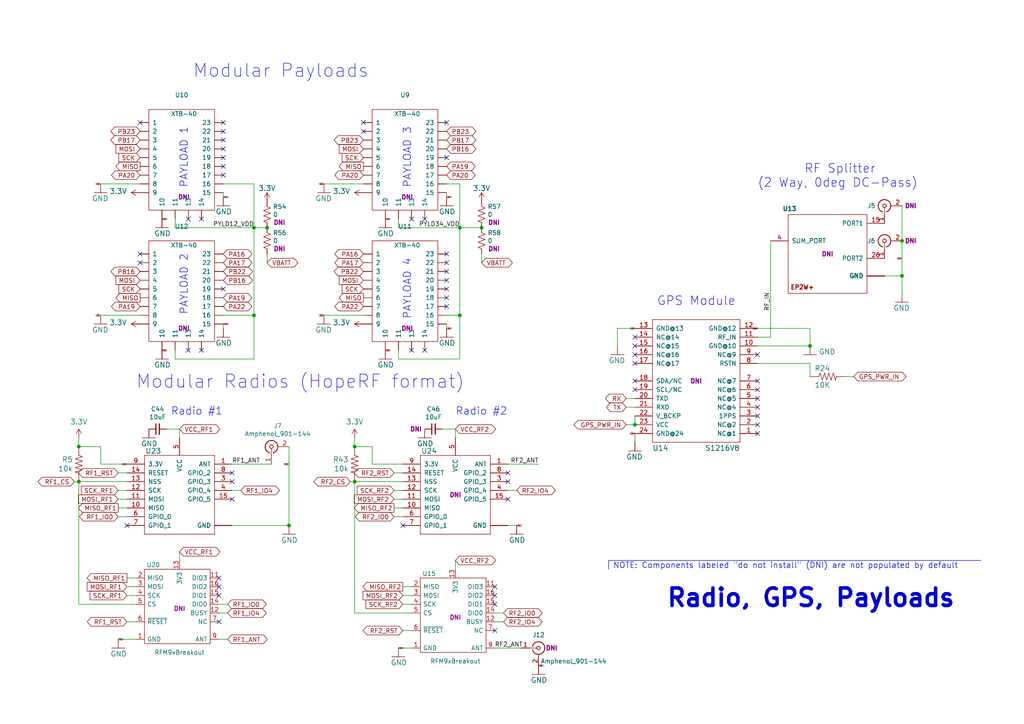
<source format=kicad_sch>
(kicad_sch (version 20230121) (generator eeschema)
  (paper "A4")
  (title_block (title "PyCubed Mainboard") (date "2021-06-09") (rev "v05c") (company "Max Holliday"))
  (lib_symbols
    (symbol "Connector:Conn_Coaxial" (pin_names (offset 1.016) hide)
      (property "Reference" "J" (at 0.254 3.048 0))
      (property "Value" "Conn_Coaxial" (at 2.921 0 90))
      (symbol "Conn_Coaxial_0_1"
        (arc (start -1.778 -0.508) (mid 0.2311 -1.8066) (end 1.778 0) (stroke (width 0.254)))
        (polyline (pts (xy -2.54 0) (xy -0.508 0)))
        (polyline (pts (xy 0 -2.54) (xy 0 -1.778)))
        (circle (center 0 0) (radius 0.508) (stroke (width 0.2032)))
        (arc (start 1.778 0) (mid 0.2099 1.8101) (end -1.778 0.508) (stroke (width 0.254)))
      )
      (symbol "Conn_Coaxial_1_1"
        (pin passive line (at -5.08 0 0) (length 2.54) (name "In") (number "1"))
        (pin passive line (at 0 -5.08 90) (length 2.54) (name "Ext") (number "2"))
      )
    )
    (symbol "Device:C_Small" (pin_numbers hide) (pin_names (offset 0.254) hide)
      (property "Reference" "C" (at 0.254 1.778 0))
      (property "Value" "C_Small" (at 0.254 -2.032 0))
      (symbol "C_Small_0_1"
        (polyline (pts (xy -1.524 -0.508) (xy 1.524 -0.508)) (stroke (width 0.3302)))
        (polyline (pts (xy -1.524 0.508) (xy 1.524 0.508)) (stroke (width 0.3048)))
      )
      (symbol "C_Small_1_1"
        (pin passive line (at 0 2.54 270) (length 2.032) (name "~") (number "1"))
        (pin passive line (at 0 -2.54 90) (length 2.032) (name "~") (number "2"))
      )
    )
    (symbol "Device:R_US" (pin_numbers hide) (pin_names (offset 0))
      (property "Reference" "R" (at 2.54 0 90))
      (property "Value" "R_US" (at -2.54 0 90))
      (symbol "R_US_0_1"
        (polyline (pts (xy 0 -2.286) (xy 0 -2.54)))
        (polyline (pts (xy 0 2.286) (xy 0 2.54)))
        (polyline (pts (xy 0 -0.762) (xy 1.016 -1.143) (xy 0 -1.524) (xy -1.016 -1.905) (xy 0 -2.286)))
        (polyline (pts (xy 0 0.762) (xy 1.016 0.381) (xy 0 0) (xy -1.016 -0.381) (xy 0 -0.762)))
        (polyline (pts (xy 0 2.286) (xy 1.016 1.905) (xy 0 1.524) (xy -1.016 1.143) (xy 0 0.762)))
      )
      (symbol "R_US_1_1"
        (pin passive line (at 0 3.81 270) (length 1.27) (name "~") (number "1"))
        (pin passive line (at 0 -3.81 90) (length 1.27) (name "~") (number "2"))
      )
    )
    (symbol "mainboard:10KOHM-1_10W-1%(0603)0603" (pin_names (offset 1.016))
      (property "Reference" "R" (at -3.81 1.4986 0))
      (property "Value" "10KOHM-1_10W-1%(0603)0603" (at -3.81 -3.302 0))
      (symbol "10KOHM-1_10W-1%(0603)0603_1_0"
        (polyline (pts (xy -2.54 0) (xy -2.159 1.016)))
        (polyline (pts (xy -2.159 1.016) (xy -1.524 -1.016)))
        (polyline (pts (xy -1.524 -1.016) (xy -0.889 1.016)))
        (polyline (pts (xy -0.889 1.016) (xy -0.254 -1.016)))
        (polyline (pts (xy -0.254 -1.016) (xy 0.381 1.016)))
        (polyline (pts (xy 0.381 1.016) (xy 1.016 -1.016)))
        (polyline (pts (xy 1.016 -1.016) (xy 1.651 1.016)))
        (polyline (pts (xy 1.651 1.016) (xy 2.286 -1.016)))
        (polyline (pts (xy 2.286 -1.016) (xy 2.54 0)))
        (pin passive line (at -5.08 0 0) (length 2.54) (name "1") (number "1"))
        (pin passive line (at 5.08 0 180) (length 2.54) (name "2") (number "2"))
      )
    )
    (symbol "mainboard:3.3V" (power) (pin_names (offset 1.016))
      (property "Value" "3.3V" (at -1.016 3.556 0))
      (symbol "3.3V_1_0"
        (polyline (pts (xy 0 2.54) (xy -0.762 1.27)))
        (polyline (pts (xy 0.762 1.27) (xy 0 2.54)))
        (pin power_in line (at 0 0 90) (length 2.54) (name "3.3V") (number "1"))
      )
    )
    (symbol "mainboard:EP2W+" (pin_names (offset 1.016))
      (property "Reference" "U" (at -7.62 10.16 0))
      (symbol "EP2W+_1_0"
        (polyline (pts (xy -12.7 -15.24) (xy -12.7 7.62)))
        (polyline (pts (xy -12.7 7.62) (xy 10.16 7.62)))
        (polyline (pts (xy 10.16 -15.24) (xy -12.7 -15.24)))
        (polyline (pts (xy 10.16 7.62) (xy 10.16 -15.24)))
        (text "EP2W+" (at -5.08 -12.7 0) (effects (font (size 1.27 1.27) bold) (justify right top)))
        (pin bidirectional line (at 15.24 -10.16 180) (length 5.08) (name "GND") (number "1"))
        (pin bidirectional line (at 15.24 -10.16 180) (length 5.08) (name "GND") (number "10"))
        (pin bidirectional line (at 15.24 -10.16 180) (length 5.08) (name "GND") (number "11"))
        (pin bidirectional line (at 15.24 -10.16 180) (length 5.08) (name "GND") (number "12"))
        (pin bidirectional line (at 15.24 -10.16 180) (length 5.08) (name "GND") (number "13"))
        (pin bidirectional line (at 15.24 -10.16 180) (length 5.08) (name "GND") (number "14"))
        (pin bidirectional line (at 15.24 5.08 180) (length 5.08) (name "PORT1") (number "15"))
        (pin bidirectional line (at 15.24 -10.16 180) (length 5.08) (name "GND") (number "16"))
        (pin bidirectional line (at 15.24 -10.16 180) (length 5.08) (name "GND") (number "17"))
        (pin bidirectional line (at 15.24 -10.16 180) (length 5.08) (name "GND") (number "18"))
        (pin bidirectional line (at 15.24 -10.16 180) (length 5.08) (name "GND") (number "19"))
        (pin bidirectional line (at 15.24 -10.16 180) (length 5.08) (name "GND") (number "2"))
        (pin bidirectional line (at 15.24 -10.16 180) (length 5.08) (name "GND") (number "20"))
        (pin bidirectional line (at 15.24 -10.16 180) (length 5.08) (name "GND") (number "21"))
        (pin bidirectional line (at 15.24 -10.16 180) (length 5.08) (name "GND") (number "22"))
        (pin bidirectional line (at 15.24 -10.16 180) (length 5.08) (name "GND") (number "23"))
        (pin bidirectional line (at 15.24 -10.16 180) (length 5.08) (name "GND") (number "24"))
        (pin bidirectional line (at 15.24 -10.16 180) (length 5.08) (name "GND") (number "25"))
        (pin bidirectional line (at 15.24 -5.08 180) (length 5.08) (name "PORT2") (number "26"))
        (pin bidirectional line (at 15.24 -10.16 180) (length 5.08) (name "GND") (number "27"))
        (pin bidirectional line (at 15.24 -10.16 180) (length 5.08) (name "GND") (number "28"))
        (pin bidirectional line (at 15.24 -10.16 180) (length 5.08) (name "GND") (number "29"))
        (pin bidirectional line (at 15.24 -10.16 180) (length 5.08) (name "GND") (number "3"))
        (pin bidirectional line (at 15.24 -10.16 180) (length 5.08) (name "GND") (number "30"))
        (pin bidirectional line (at 15.24 -10.16 180) (length 5.08) (name "GND") (number "31"))
        (pin bidirectional line (at 15.24 -10.16 180) (length 5.08) (name "GND") (number "32"))
        (pin bidirectional line (at -17.78 0 0) (length 5.08) (name "SUM_PORT") (number "4"))
        (pin bidirectional line (at 15.24 -10.16 180) (length 5.08) (name "GND") (number "5"))
        (pin bidirectional line (at 15.24 -10.16 180) (length 5.08) (name "GND") (number "6"))
        (pin bidirectional line (at 15.24 -10.16 180) (length 5.08) (name "GND") (number "7"))
        (pin bidirectional line (at 15.24 -10.16 180) (length 5.08) (name "GND") (number "8"))
        (pin bidirectional line (at 15.24 -10.16 180) (length 5.08) (name "GND") (number "9"))
        (pin bidirectional line (at 15.24 -10.16 180) (length 5.08) (name "GND") (number "EP"))
      )
    )
    (symbol "mainboard:GND" (power) (pin_names (offset 1.016))
      (property "Value" "GND" (at -2.54 -2.54 0))
      (symbol "GND_1_0"
        (polyline (pts (xy -1.905 0) (xy 1.905 0)))
        (pin power_in line (at 0 2.54 270) (length 2.54) (name "GND") (number "1"))
      )
    )
    (symbol "mainboard:RFM98PW" (pin_names (offset 1.016))
      (property "Reference" "U" (at -7.62 10.16 0))
      (symbol "RFM98PW_0_0"
        (pin bidirectional line (at 17.78 -10.16 180) (length 5.08) hide (name "GND") (number "17"))
        (pin bidirectional line (at 2.54 15.24 270) (length 5.08) (name "VCC") (number "5"))
      )
      (symbol "RFM98PW_1_0"
        (polyline (pts (xy -7.62 -12.7) (xy -7.62 10.16)))
        (polyline (pts (xy -7.62 10.16) (xy 12.7 10.16)))
        (polyline (pts (xy 12.7 -12.7) (xy -7.62 -12.7)))
        (polyline (pts (xy 12.7 10.16) (xy 12.7 -12.7)))
        (pin bidirectional line (at 17.78 7.62 180) (length 5.08) (name "ANT") (number "1"))
        (pin bidirectional line (at -12.7 -5.08 0) (length 5.08) (name "MISO") (number "10"))
        (pin bidirectional line (at -12.7 -2.54 0) (length 5.08) (name "MOSI") (number "11"))
        (pin bidirectional line (at -12.7 0 0) (length 5.08) (name "SCK") (number "12"))
        (pin bidirectional line (at -12.7 2.54 0) (length 5.08) (name "NSS") (number "13"))
        (pin bidirectional line (at -12.7 5.08 0) (length 5.08) (name "RESET") (number "14"))
        (pin bidirectional line (at 17.78 -2.54 180) (length 5.08) (name "GPIO_5") (number "15"))
        (pin bidirectional line (at 17.78 -10.16 180) (length 5.08) (name "GND") (number "16"))
        (pin bidirectional line (at 17.78 -10.16 180) (length 5.08) (name "GND") (number "2"))
        (pin bidirectional line (at 17.78 2.54 180) (length 5.08) (name "GPIO_3") (number "3"))
        (pin bidirectional line (at 17.78 0 180) (length 5.08) (name "GPIO_4") (number "4"))
        (pin bidirectional line (at -12.7 -7.62 0) (length 5.08) (name "GPIO_0") (number "6"))
        (pin bidirectional line (at -12.7 -10.16 0) (length 5.08) (name "GPIO_1") (number "7"))
        (pin bidirectional line (at 17.78 5.08 180) (length 5.08) (name "GPIO_2") (number "8"))
        (pin power_in line (at -12.7 7.62 0) (length 5.08) (name "3.3V") (number "9"))
      )
    )
    (symbol "mainboard:RFM9xBreakout" (pin_names (offset 0.762))
      (property "Reference" "U" (at -3.81 12.7 0))
      (property "Value" "RFM9xBreakout" (at -7.62 -11.43 0))
      (symbol "RFM9xBreakout_0_1"
        (rectangle (start -10.16 11.43) (end 8.89 -10.16))
      )
      (symbol "RFM9xBreakout_1_1"
        (pin bidirectional line (at -12.7 -8.89 0) (length 2.54) (name "GND") (number "1"))
        (pin bidirectional line (at -12.7 -8.89 0) (length 2.54) hide (name "GND") (number "10"))
        (pin bidirectional line (at 11.43 8.89 180) (length 2.54) (name "DIO3") (number "11"))
        (pin bidirectional line (at 11.43 -1.27 180) (length 2.54) (name "BUSY") (number "12"))
        (pin bidirectional line (at 0 13.97 270) (length 2.54) (name "3V3") (number "13"))
        (pin bidirectional line (at 11.43 1.27 180) (length 2.54) (name "DIO0") (number "14"))
        (pin bidirectional line (at 11.43 3.81 180) (length 2.54) (name "DIO1") (number "15"))
        (pin bidirectional line (at 11.43 6.35 180) (length 2.54) (name "DIO2") (number "16"))
        (pin bidirectional line (at -12.7 8.89 0) (length 2.54) (name "MISO") (number "2"))
        (pin bidirectional line (at -12.7 6.35 0) (length 2.54) (name "MOSI") (number "3"))
        (pin bidirectional line (at -12.7 3.81 0) (length 2.54) (name "SCK") (number "4"))
        (pin bidirectional line (at -12.7 1.27 0) (length 2.54) (name "CS") (number "5"))
        (pin bidirectional line (at -12.7 -3.81 0) (length 2.54) (name "~{RESET}") (number "6"))
        (pin bidirectional line (at 11.43 -3.81 180) (length 2.54) (name "NC") (number "7"))
        (pin bidirectional line (at -12.7 -8.89 0) (length 2.54) hide (name "GND") (number "8"))
        (pin bidirectional line (at 11.43 -8.89 180) (length 2.54) (name "ANT") (number "9"))
      )
    )
    (symbol "mainboard:S1216V8" (pin_names (offset 1.016))
      (property "Reference" "U" (at -12.7 -20.32 0))
      (property "Value" "S1216V8" (at 2.54 -20.32 0))
      (symbol "S1216V8_1_0"
        (polyline (pts (xy -12.7 -17.78) (xy 12.7 -17.78)))
        (polyline (pts (xy -12.7 17.78) (xy -12.7 -17.78)))
        (polyline (pts (xy 12.7 -17.78) (xy 12.7 17.78)))
        (polyline (pts (xy 12.7 17.78) (xy -12.7 17.78)))
        (pin bidirectional line (at 17.78 -15.24 180) (length 5.08) (name "NC@1") (number "1"))
        (pin bidirectional line (at 17.78 10.16 180) (length 5.08) (name "GND@10") (number "10"))
        (pin bidirectional line (at 17.78 12.7 180) (length 5.08) (name "RF_IN") (number "11"))
        (pin bidirectional line (at 17.78 15.24 180) (length 5.08) (name "GND@12") (number "12"))
        (pin bidirectional line (at -17.78 15.24 0) (length 5.08) (name "GND@13") (number "13"))
        (pin bidirectional line (at -17.78 12.7 0) (length 5.08) (name "NC@14") (number "14"))
        (pin bidirectional line (at -17.78 10.16 0) (length 5.08) (name "NC@15") (number "15"))
        (pin bidirectional line (at -17.78 7.62 0) (length 5.08) (name "NC@16") (number "16"))
        (pin bidirectional line (at -17.78 5.08 0) (length 5.08) (name "NC@17") (number "17"))
        (pin bidirectional line (at -17.78 0 0) (length 5.08) (name "SDA/NC") (number "18"))
        (pin bidirectional line (at -17.78 -2.54 0) (length 5.08) (name "SCL/NC") (number "19"))
        (pin bidirectional line (at 17.78 -12.7 180) (length 5.08) (name "NC@2") (number "2"))
        (pin bidirectional line (at -17.78 -5.08 0) (length 5.08) (name "TXD") (number "20"))
        (pin bidirectional line (at -17.78 -7.62 0) (length 5.08) (name "RXD") (number "21"))
        (pin bidirectional line (at -17.78 -10.16 0) (length 5.08) (name "V_BCKP") (number "22"))
        (pin bidirectional line (at -17.78 -12.7 0) (length 5.08) (name "VCC") (number "23"))
        (pin bidirectional line (at -17.78 -15.24 0) (length 5.08) (name "GND@24") (number "24"))
        (pin bidirectional line (at 17.78 -10.16 180) (length 5.08) (name "1PPS") (number "3"))
        (pin bidirectional line (at 17.78 -7.62 180) (length 5.08) (name "NC@4") (number "4"))
        (pin bidirectional line (at 17.78 -5.08 180) (length 5.08) (name "NC@5") (number "5"))
        (pin bidirectional line (at 17.78 -2.54 180) (length 5.08) (name "NC@6") (number "6"))
        (pin bidirectional line (at 17.78 0 180) (length 5.08) (name "NC@7") (number "7"))
        (pin bidirectional line (at 17.78 5.08 180) (length 5.08) (name "RSTN") (number "8"))
        (pin bidirectional line (at 17.78 7.62 180) (length 5.08) (name "NC@9") (number "9"))
      )
    )
    (symbol "mainboard:XTB-40_payload" (pin_names (offset 1.016))
      (property "Reference" "U" (at -2.54 13.97 0))
      (property "Value" "XTB-40_payload" (at -1.27 11.43 0))
      (symbol "XTB-40_payload_1_0"
        (pin bidirectional line (at -12.7 8.89 0) (length 2.54) (name "1") (number "1"))
      )
      (symbol "XTB-40_payload_1_1"
        (rectangle (start -10.16 12.7) (end 8.89 -16.51))
        (pin bidirectional line (at -6.35 -19.05 90) (length 2.54) (name "10") (number "10"))
        (pin bidirectional line (at -2.54 -19.05 90) (length 2.54) (name "11") (number "11"))
        (pin bidirectional line (at 1.27 -19.05 90) (length 2.54) (name "13") (number "13"))
        (pin bidirectional line (at 5.08 -19.05 90) (length 2.54) (name "14") (number "14"))
        (pin bidirectional line (at 11.43 -11.43 180) (length 2.54) (name "15") (number "15"))
        (pin bidirectional line (at 11.43 -8.89 180) (length 2.54) (name "16") (number "16"))
        (pin bidirectional line (at 11.43 -6.35 180) (length 2.54) (name "17") (number "17"))
        (pin bidirectional line (at 11.43 -3.81 180) (length 2.54) (name "18") (number "18"))
        (pin bidirectional line (at 11.43 -1.27 180) (length 2.54) (name "19") (number "19"))
        (pin bidirectional line (at -12.7 6.35 0) (length 2.54) (name "2") (number "2"))
        (pin bidirectional line (at 11.43 1.27 180) (length 2.54) (name "20") (number "20"))
        (pin bidirectional line (at 11.43 3.81 180) (length 2.54) (name "21") (number "21"))
        (pin bidirectional line (at 11.43 6.35 180) (length 2.54) (name "22") (number "22"))
        (pin bidirectional line (at 11.43 8.89 180) (length 2.54) (name "23") (number "23"))
        (pin bidirectional line (at -12.7 3.81 0) (length 2.54) (name "3") (number "3"))
        (pin bidirectional line (at -12.7 1.27 0) (length 2.54) (name "4") (number "4"))
        (pin bidirectional line (at -12.7 -1.27 0) (length 2.54) (name "5") (number "5"))
        (pin bidirectional line (at -12.7 -3.81 0) (length 2.54) (name "6") (number "6"))
        (pin bidirectional line (at -12.7 -6.35 0) (length 2.54) (name "7") (number "7"))
        (pin bidirectional line (at -12.7 -8.89 0) (length 2.54) (name "8") (number "8"))
        (pin bidirectional line (at -12.7 -11.43 0) (length 2.54) (name "9") (number "9"))
      )
    )
  )
  (junction (at 73.66 66.04))
  (junction (at 234.95 100.33))
  (junction (at 184.15 123.19))
  (junction (at 139.7 66.04))
  (junction (at 102.87 129.54))
  (junction (at 22.86 129.54))
  (junction (at 77.47 66.04))
  (junction (at 133.35 66.04))
  (junction (at 133.35 91.44))
  (junction (at 261.62 69.85))
  (junction (at 261.62 80.01))
  (junction (at 22.86 139.7))
  (junction (at 102.87 139.7))
  (junction (at 83.82 152.4))
  (junction (at 73.66 91.44))
  (no_connect (at 64.77 83.82))
  (no_connect (at 64.77 38.1))
  (no_connect (at 64.77 40.64))
  (no_connect (at 219.71 115.57))
  (no_connect (at 123.19 63.5))
  (no_connect (at 184.15 100.33))
  (no_connect (at 58.42 63.5))
  (no_connect (at 184.15 97.79))
  (no_connect (at 105.41 35.56))
  (no_connect (at 64.77 50.8))
  (no_connect (at 129.54 76.2))
  (no_connect (at 219.71 118.11))
  (no_connect (at 63.5 170.18))
  (no_connect (at 40.64 76.2))
  (no_connect (at 119.38 63.5))
  (no_connect (at 67.31 139.7))
  (no_connect (at 143.51 170.18))
  (no_connect (at 116.84 152.4))
  (no_connect (at 129.54 81.28))
  (no_connect (at 143.51 182.88))
  (no_connect (at 64.77 48.26))
  (no_connect (at 40.64 35.56))
  (no_connect (at 123.19 101.6))
  (no_connect (at 129.54 35.56))
  (no_connect (at 129.54 83.82))
  (no_connect (at 129.54 86.36))
  (no_connect (at 63.5 180.34))
  (no_connect (at 147.32 139.7))
  (no_connect (at 184.15 113.03))
  (no_connect (at 184.15 110.49))
  (no_connect (at 67.31 144.78))
  (no_connect (at 219.71 125.73))
  (no_connect (at 129.54 88.9))
  (no_connect (at 184.15 102.87))
  (no_connect (at 219.71 120.65))
  (no_connect (at 147.32 137.16))
  (no_connect (at 67.31 137.16))
  (no_connect (at 147.32 144.78))
  (no_connect (at 219.71 102.87))
  (no_connect (at 119.38 101.6))
  (no_connect (at 64.77 35.56))
  (no_connect (at 105.41 38.1))
  (no_connect (at 143.51 172.72))
  (no_connect (at 129.54 45.72))
  (no_connect (at 54.61 101.6))
  (no_connect (at 36.83 152.4))
  (no_connect (at 129.54 78.74))
  (no_connect (at 219.71 123.19))
  (no_connect (at 58.42 101.6))
  (no_connect (at 219.71 113.03))
  (no_connect (at 63.5 167.64))
  (no_connect (at 40.64 73.66))
  (no_connect (at 143.51 175.26))
  (no_connect (at 64.77 45.72))
  (no_connect (at 129.54 73.66))
  (no_connect (at 54.61 63.5))
  (no_connect (at 219.71 110.49))
  (no_connect (at 64.77 43.18))
  (no_connect (at 184.15 105.41))
  (no_connect (at 63.5 172.72))
  (wire (pts (xy 184.15 115.57) (xy 181.61 115.57)))
  (wire (pts (xy 116.84 149.86) (xy 114.3 149.86)))
  (wire (pts (xy 21.59 139.7) (xy 22.86 139.7)))
  (wire (pts (xy 77.47 76.2) (xy 77.47 73.66)))
  (wire (pts (xy 73.66 66.04) (xy 77.47 66.04)))
  (wire (pts (xy 64.77 95.25) (xy 64.77 93.98)))
  (wire (pts (xy 219.71 105.41) (xy 234.95 105.41)))
  (wire (pts (xy 115.57 66.04) (xy 133.35 66.04)))
  (wire (pts (xy 36.83 134.62) (xy 29.21 134.62)))
  (wire (pts (xy 67.31 152.4) (xy 83.82 152.4)))
  (wire (pts (xy 52.07 124.46) (xy 52.07 127)))
  (wire (pts (xy 50.8 63.5) (xy 50.8 66.04)))
  (wire (pts (xy 73.66 91.44) (xy 64.77 91.44)))
  (wire (pts (xy 115.57 101.6) (xy 115.57 104.14)))
  (wire (pts (xy 73.66 53.34) (xy 73.66 66.04)))
  (wire (pts (xy 116.84 134.62) (xy 107.95 134.62)))
  (wire (pts (xy 29.21 91.44) (xy 40.64 91.44)))
  (wire (pts (xy 219.71 97.79) (xy 223.52 97.79)))
  (wire (pts (xy 29.21 129.54) (xy 22.86 129.54)))
  (wire (pts (xy 36.83 144.78) (xy 34.29 144.78)))
  (wire (pts (xy 133.35 53.34) (xy 129.54 53.34)))
  (wire (pts (xy 39.37 172.72) (xy 36.83 172.72)))
  (wire (pts (xy 146.05 180.34) (xy 143.51 180.34)))
  (wire (pts (xy 52.07 124.46) (xy 48.26 124.46)))
  (wire (pts (xy 29.21 134.62) (xy 29.21 129.54)))
  (wire (pts (xy 116.84 144.78) (xy 114.3 144.78)))
  (wire (pts (xy 36.83 147.32) (xy 34.29 147.32)))
  (wire (pts (xy 93.98 91.44) (xy 105.41 91.44)))
  (wire (pts (xy 119.38 170.18) (xy 116.84 170.18)))
  (wire (pts (xy 256.54 80.01) (xy 261.62 80.01)))
  (wire (pts (xy 184.15 95.25) (xy 179.07 95.25)))
  (wire (pts (xy 261.62 80.01) (xy 261.62 85.09)))
  (wire (pts (xy 223.52 69.85) (xy 223.52 97.79)))
  (wire (pts (xy 115.57 187.96) (xy 119.38 187.96)))
  (wire (pts (xy 102.87 139.7) (xy 101.6 139.7)))
  (wire (pts (xy 66.04 177.8) (xy 63.5 177.8)))
  (wire (pts (xy 132.08 124.46) (xy 128.27 124.46)))
  (wire (pts (xy 261.62 69.85) (xy 261.62 80.01)))
  (wire (pts (xy 219.71 95.25) (xy 234.95 95.25)))
  (wire (pts (xy 66.04 175.26) (xy 63.5 175.26)))
  (wire (pts (xy 147.32 134.62) (xy 156.21 134.62)))
  (wire (pts (xy 93.98 53.34) (xy 105.41 53.34)))
  (wire (pts (xy 119.38 172.72) (xy 116.84 172.72)))
  (wire (pts (xy 39.37 170.18) (xy 36.83 170.18)))
  (wire (pts (xy 22.86 139.7) (xy 22.86 175.26)))
  (wire (pts (xy 66.04 185.42) (xy 63.5 185.42)))
  (wire (pts (xy 133.35 66.04) (xy 139.7 66.04)))
  (wire (pts (xy 36.83 137.16) (xy 34.29 137.16)))
  (wire (pts (xy 119.38 182.88) (xy 116.84 182.88)))
  (wire (pts (xy 129.54 95.25) (xy 129.54 93.98)))
  (wire (pts (xy 73.66 53.34) (xy 64.77 53.34)))
  (wire (pts (xy 50.8 101.6) (xy 50.8 104.14)))
  (wire (pts (xy 139.7 76.2) (xy 139.7 73.66)))
  (wire (pts (xy 261.62 59.69) (xy 261.62 69.85)))
  (wire (pts (xy 143.51 177.8) (xy 146.05 177.8)))
  (wire (pts (xy 133.35 91.44) (xy 133.35 104.14)))
  (wire (pts (xy 22.86 129.54) (xy 22.86 127)))
  (wire (pts (xy 149.86 152.4) (xy 147.32 152.4)))
  (wire (pts (xy 179.07 95.25) (xy 179.07 100.33)))
  (wire (pts (xy 22.86 139.7) (xy 36.83 139.7)))
  (polyline (pts (xy 176.53 165.1) (xy 176.53 162.56)))
  (wire (pts (xy 184.15 125.73) (xy 184.15 128.27)))
  (wire (pts (xy 184.15 123.19) (xy 181.61 123.19)))
  (wire (pts (xy 116.84 137.16) (xy 114.3 137.16)))
  (wire (pts (xy 234.95 100.33) (xy 219.71 100.33)))
  (wire (pts (xy 115.57 104.14) (xy 133.35 104.14)))
  (wire (pts (xy 73.66 66.04) (xy 73.66 91.44)))
  (wire (pts (xy 129.54 57.15) (xy 129.54 55.88)))
  (wire (pts (xy 151.13 187.96) (xy 143.51 187.96)))
  (wire (pts (xy 149.86 142.24) (xy 147.32 142.24)))
  (wire (pts (xy 133.35 91.44) (xy 129.54 91.44)))
  (wire (pts (xy 36.83 142.24) (xy 34.29 142.24)))
  (wire (pts (xy 234.95 105.41) (xy 234.95 109.22)))
  (wire (pts (xy 133.35 66.04) (xy 133.35 91.44)))
  (wire (pts (xy 116.84 142.24) (xy 114.3 142.24)))
  (wire (pts (xy 39.37 167.64) (xy 36.83 167.64)))
  (wire (pts (xy 107.95 129.54) (xy 102.87 129.54)))
  (wire (pts (xy 132.08 124.46) (xy 132.08 127)))
  (wire (pts (xy 132.08 162.56) (xy 132.08 165.1)))
  (wire (pts (xy 83.82 129.54) (xy 83.82 152.4)))
  (wire (pts (xy 34.29 149.86) (xy 36.83 149.86)))
  (wire (pts (xy 50.8 66.04) (xy 73.66 66.04)))
  (wire (pts (xy 133.35 53.34) (xy 133.35 66.04)))
  (wire (pts (xy 119.38 175.26) (xy 116.84 175.26)))
  (wire (pts (xy 245.11 109.22) (xy 247.65 109.22)))
  (wire (pts (xy 34.29 185.42) (xy 39.37 185.42)))
  (polyline (pts (xy 176.53 162.56) (xy 284.48 162.56)))
  (wire (pts (xy 116.84 139.7) (xy 102.87 139.7)))
  (wire (pts (xy 116.84 147.32) (xy 114.3 147.32)))
  (wire (pts (xy 102.87 177.8) (xy 119.38 177.8)))
  (wire (pts (xy 67.31 134.62) (xy 78.74 134.62)))
  (wire (pts (xy 107.95 134.62) (xy 107.95 129.54)))
  (wire (pts (xy 22.86 175.26) (xy 39.37 175.26)))
  (wire (pts (xy 184.15 123.19) (xy 184.15 120.65)))
  (wire (pts (xy 29.21 53.34) (xy 40.64 53.34)))
  (wire (pts (xy 52.07 160.02) (xy 52.07 162.56)))
  (wire (pts (xy 50.8 104.14) (xy 73.66 104.14)))
  (wire (pts (xy 102.87 177.8) (xy 102.87 139.7)))
  (wire (pts (xy 102.87 129.54) (xy 102.87 127)))
  (wire (pts (xy 69.85 142.24) (xy 67.31 142.24)))
  (wire (pts (xy 73.66 91.44) (xy 73.66 104.14)))
  (wire (pts (xy 39.37 180.34) (xy 36.83 180.34)))
  (wire (pts (xy 115.57 63.5) (xy 115.57 66.04)))
  (wire (pts (xy 64.77 57.15) (xy 64.77 55.88)))
  (wire (pts (xy 184.15 118.11) (xy 181.61 118.11)))
  (wire (pts (xy 234.95 95.25) (xy 234.95 100.33)))
  (text "       RF Splitter \n(2 Way, 0deg DC-Pass)" (at 219.71 54.61 0) (effects (font (size 2.54 2.54)) (justify left bottom)))
  (text "Modular Radios (HopeRF format)" (at 39.37 113.03 0) (effects (font (size 3.81 3.81)) (justify left bottom)))
  (text "Radio #2" (at 132.08 120.65 0) (effects (font (size 2.159 2.159)) (justify left bottom)))
  (text "Radio, GPS, Payloads" (at 193.04 176.53 0) (effects (font (size 5.08 5.08) (thickness 1.016) bold) (justify left bottom)))
  (text "NOTE: Components labeled \"do not install\" (DNI) are not populated by default" (at 177.8 165.1 0) (effects (font (size 1.651 1.651)) (justify left bottom)))
  (text "PAYLOAD 3" (at 119.38 54.61 90) (effects (font (size 2.159 2.159)) (justify left bottom)))
  (text "PAYLOAD 2" (at 54.61 91.44 90) (effects (font (size 2.159 2.159)) (justify left bottom)))
  (text "PAYLOAD 4" (at 119.38 92.71 90) (effects (font (size 2.159 2.159)) (justify left bottom)))
  (text "PAYLOAD 1" (at 54.61 54.61 90) (effects (font (size 2.159 2.159)) (justify left bottom)))
  (text "Radio #1" (at 49.53 120.65 0) (effects (font (size 2.159 2.159)) (justify left bottom)))
  (text "Modular Payloads" (at 55.88 22.86 0) (effects (font (size 3.81 3.81)) (justify left bottom)))
  (text "GPS Module" (at 190.5 88.9 0) (effects (font (size 2.54 2.54)) (justify left bottom)))
  (label "RF_IN" (at 223.52 90.17 90))
  (label "PYLD12_VDD" (at 73.66 66.04 180))
  (label "RF2_ANT" (at 156.21 134.62 180))
  (label "RF2_ANT" (at 143.51 187.96 0))
  (label "PYLD34_VDD" (at 133.35 66.04 180))
  (label "RF1_ANT" (at 67.31 134.62 0))
  (global_label "PA16" (shape bidirectional) (at 105.41 73.66 180) (property "Intersheetrefs" "${INTERSHEET_REFS}" (effects hide)))
  (global_label "GND" (shape bidirectional) (at 29.21 53.34 180) (effects (font (size 0.254 0.254))) (property "Intersheetrefs" "${INTERSHEET_REFS}" (effects hide)))
  (global_label "GND" (shape bidirectional) (at 184.15 95.25 180) (effects (font (size 0.254 0.254))) (property "Intersheetrefs" "${INTERSHEET_REFS}" (effects hide)))
  (global_label "RF2_IO0" (shape bidirectional) (at 146.05 177.8 0) (property "Intersheetrefs" "${INTERSHEET_REFS}" (effects hide)))
  (global_label "PA19" (shape bidirectional) (at 40.64 88.9 180) (property "Intersheetrefs" "${INTERSHEET_REFS}" (effects hide)))
  (global_label "GND" (shape bidirectional) (at 115.57 187.96 0) (effects (font (size 0.254 0.254))) (property "Intersheetrefs" "${INTERSHEET_REFS}" (effects hide)))
  (global_label "PB22" (shape bidirectional) (at 64.77 78.74 0) (property "Intersheetrefs" "${INTERSHEET_REFS}" (effects hide)))
  (global_label "RF1_RST" (shape bidirectional) (at 34.29 137.16 180) (property "Intersheetrefs" "${INTERSHEET_REFS}" (effects hide)))
  (global_label "RF1_IO4" (shape bidirectional) (at 66.04 177.8 0) (property "Intersheetrefs" "${INTERSHEET_REFS}" (effects hide)))
  (global_label "MOSI" (shape input) (at 40.64 43.18 180) (property "Intersheetrefs" "${INTERSHEET_REFS}" (effects hide)))
  (global_label "MISO" (shape output) (at 40.64 86.36 180) (property "Intersheetrefs" "${INTERSHEET_REFS}" (effects hide)))
  (global_label "GND" (shape bidirectional) (at 29.21 91.44 180) (effects (font (size 0.254 0.254))) (property "Intersheetrefs" "${INTERSHEET_REFS}" (effects hide)))
  (global_label "PA20" (shape bidirectional) (at 105.41 50.8 180) (property "Intersheetrefs" "${INTERSHEET_REFS}" (effects hide)))
  (global_label "GPS_PWR_IN" (shape bidirectional) (at 247.65 109.22 0) (property "Intersheetrefs" "${INTERSHEET_REFS}" (effects hide)))
  (global_label "GND" (shape bidirectional) (at 64.77 93.98 0) (effects (font (size 0.254 0.254))) (property "Intersheetrefs" "${INTERSHEET_REFS}" (effects hide)))
  (global_label "GND" (shape bidirectional) (at 156.21 193.04 0) (effects (font (size 0.254 0.254))) (property "Intersheetrefs" "${INTERSHEET_REFS}" (effects hide)))
  (global_label "VCC_RF2" (shape bidirectional) (at 132.08 124.46 0) (property "Intersheetrefs" "${INTERSHEET_REFS}" (effects hide)))
  (global_label "RF2_RST" (shape bidirectional) (at 116.84 182.88 180) (property "Intersheetrefs" "${INTERSHEET_REFS}" (effects hide)))
  (global_label "GND" (shape bidirectional) (at 93.98 53.34 180) (effects (font (size 0.254 0.254))) (property "Intersheetrefs" "${INTERSHEET_REFS}" (effects hide)))
  (global_label "GPS_PWR_IN" (shape bidirectional) (at 181.61 123.19 180) (property "Intersheetrefs" "${INTERSHEET_REFS}" (effects hide)))
  (global_label "PB16" (shape bidirectional) (at 40.64 78.74 180) (property "Intersheetrefs" "${INTERSHEET_REFS}" (effects hide)))
  (global_label "MOSI" (shape input) (at 105.41 81.28 180) (property "Intersheetrefs" "${INTERSHEET_REFS}" (effects hide)))
  (global_label "MOSI_RF1" (shape input) (at 36.83 170.18 180) (property "Intersheetrefs" "${INTERSHEET_REFS}" (effects hide)))
  (global_label "GND" (shape bidirectional) (at 184.15 125.73 180) (effects (font (size 0.254 0.254))) (property "Intersheetrefs" "${INTERSHEET_REFS}" (effects hide)))
  (global_label "RX" (shape bidirectional) (at 181.61 115.57 180) (property "Intersheetrefs" "${INTERSHEET_REFS}" (effects hide)))
  (global_label "MOSI" (shape input) (at 40.64 81.28 180) (property "Intersheetrefs" "${INTERSHEET_REFS}" (effects hide)))
  (global_label "GND" (shape bidirectional) (at 83.82 134.62 180) (effects (font (size 0.254 0.254))) (property "Intersheetrefs" "${INTERSHEET_REFS}" (effects hide)))
  (global_label "MISO" (shape output) (at 40.64 48.26 180) (property "Intersheetrefs" "${INTERSHEET_REFS}" (effects hide)))
  (global_label "GND" (shape bidirectional) (at 129.54 57.15 0) (effects (font (size 0.254 0.254))) (property "Intersheetrefs" "${INTERSHEET_REFS}" (effects hide)))
  (global_label "PB16" (shape bidirectional) (at 64.77 81.28 0) (property "Intersheetrefs" "${INTERSHEET_REFS}" (effects hide)))
  (global_label "PA16" (shape bidirectional) (at 64.77 73.66 0) (property "Intersheetrefs" "${INTERSHEET_REFS}" (effects hide)))
  (global_label "MOSI_RF2" (shape input) (at 116.84 172.72 180) (property "Intersheetrefs" "${INTERSHEET_REFS}" (effects hide)))
  (global_label "RF1_IO0" (shape bidirectional) (at 34.29 149.86 180) (property "Intersheetrefs" "${INTERSHEET_REFS}" (effects hide)))
  (global_label "PA22" (shape bidirectional) (at 105.41 88.9 180) (property "Intersheetrefs" "${INTERSHEET_REFS}" (effects hide)))
  (global_label "GND" (shape bidirectional) (at 261.62 74.93 180) (effects (font (size 0.254 0.254))) (property "Intersheetrefs" "${INTERSHEET_REFS}" (effects hide)))
  (global_label "PA17" (shape bidirectional) (at 64.77 76.2 0) (property "Intersheetrefs" "${INTERSHEET_REFS}" (effects hide)))
  (global_label "GND" (shape bidirectional) (at 149.86 152.4 0) (effects (font (size 0.254 0.254))) (property "Intersheetrefs" "${INTERSHEET_REFS}" (effects hide)))
  (global_label "PB17" (shape bidirectional) (at 40.64 40.64 180) (property "Intersheetrefs" "${INTERSHEET_REFS}" (effects hide)))
  (global_label "RF1_ANT" (shape bidirectional) (at 66.04 185.42 0) (property "Intersheetrefs" "${INTERSHEET_REFS}" (effects hide)))
  (global_label "PB22" (shape bidirectional) (at 105.41 78.74 180) (property "Intersheetrefs" "${INTERSHEET_REFS}" (effects hide)))
  (global_label "PB23" (shape bidirectional) (at 105.41 40.64 180) (property "Intersheetrefs" "${INTERSHEET_REFS}" (effects hide)))
  (global_label "MOSI_RF1" (shape input) (at 34.29 144.78 180) (property "Intersheetrefs" "${INTERSHEET_REFS}" (effects hide)))
  (global_label "RF1_CS" (shape bidirectional) (at 21.59 139.7 180) (property "Intersheetrefs" "${INTERSHEET_REFS}" (effects hide)))
  (global_label "VCC_RF1" (shape bidirectional) (at 52.07 124.46 0) (property "Intersheetrefs" "${INTERSHEET_REFS}" (effects hide)))
  (global_label "RF1_IO0" (shape bidirectional) (at 66.04 175.26 0) (property "Intersheetrefs" "${INTERSHEET_REFS}" (effects hide)))
  (global_label "MISO_RF2" (shape output) (at 114.3 147.32 180) (property "Intersheetrefs" "${INTERSHEET_REFS}" (effects hide)))
  (global_label "RF2_IO4" (shape bidirectional) (at 149.86 142.24 0) (property "Intersheetrefs" "${INTERSHEET_REFS}" (effects hide)))
  (global_label "VCC_RF1" (shape bidirectional) (at 52.07 160.02 0) (property "Intersheetrefs" "${INTERSHEET_REFS}" (effects hide)))
  (global_label "RF1_RST" (shape bidirectional) (at 36.83 180.34 180) (property "Intersheetrefs" "${INTERSHEET_REFS}" (effects hide)))
  (global_label "PA19" (shape bidirectional) (at 129.54 48.26 0) (property "Intersheetrefs" "${INTERSHEET_REFS}" (effects hide)))
  (global_label "PB16" (shape bidirectional) (at 129.54 43.18 0) (property "Intersheetrefs" "${INTERSHEET_REFS}" (effects hide)))
  (global_label "PA20" (shape bidirectional) (at 40.64 50.8 180) (property "Intersheetrefs" "${INTERSHEET_REFS}" (effects hide)))
  (global_label "GND" (shape bidirectional) (at 111.76 63.5 0) (effects (font (size 0.254 0.254))) (property "Intersheetrefs" "${INTERSHEET_REFS}" (effects hide)))
  (global_label "SCK" (shape input) (at 40.64 83.82 180) (property "Intersheetrefs" "${INTERSHEET_REFS}" (effects hide)))
  (global_label "GND" (shape bidirectional) (at 34.29 185.42 0) (effects (font (size 0.254 0.254))) (property "Intersheetrefs" "${INTERSHEET_REFS}" (effects hide)))
  (global_label "SCK" (shape input) (at 105.41 83.82 180) (property "Intersheetrefs" "${INTERSHEET_REFS}" (effects hide)))
  (global_label "RF2_CS" (shape bidirectional) (at 101.6 139.7 180) (property "Intersheetrefs" "${INTERSHEET_REFS}" (effects hide)))
  (global_label "MOSI_RF2" (shape input) (at 114.3 144.78 180) (property "Intersheetrefs" "${INTERSHEET_REFS}" (effects hide)))
  (global_label "TX" (shape bidirectional) (at 181.61 118.11 180) (property "Intersheetrefs" "${INTERSHEET_REFS}" (effects hide)))
  (global_label "VCC_RF2" (shape bidirectional) (at 132.08 162.56 0) (property "Intersheetrefs" "${INTERSHEET_REFS}" (effects hide)))
  (global_label "GND" (shape bidirectional) (at 219.71 95.25 180) (effects (font (size 0.254 0.254))) (property "Intersheetrefs" "${INTERSHEET_REFS}" (effects hide)))
  (global_label "SCK_RF1" (shape input) (at 34.29 142.24 180) (property "Intersheetrefs" "${INTERSHEET_REFS}" (effects hide)))
  (global_label "GND" (shape bidirectional) (at 129.54 95.25 0) (effects (font (size 0.254 0.254))) (property "Intersheetrefs" "${INTERSHEET_REFS}" (effects hide)))
  (global_label "RF2_IO4" (shape bidirectional) (at 146.05 180.34 0) (property "Intersheetrefs" "${INTERSHEET_REFS}" (effects hide)))
  (global_label "VBATT" (shape bidirectional) (at 77.47 76.2 0) (property "Intersheetrefs" "${INTERSHEET_REFS}" (effects hide)))
  (global_label "MISO_RF2" (shape output) (at 116.84 170.18 180) (property "Intersheetrefs" "${INTERSHEET_REFS}" (effects hide)))
  (global_label "SCK" (shape input) (at 40.64 45.72 180) (property "Intersheetrefs" "${INTERSHEET_REFS}" (effects hide)))
  (global_label "SCK" (shape input) (at 105.41 45.72 180) (property "Intersheetrefs" "${INTERSHEET_REFS}" (effects hide)))
  (global_label "GND" (shape bidirectional) (at 111.76 101.6 0) (effects (font (size 0.254 0.254))) (property "Intersheetrefs" "${INTERSHEET_REFS}" (effects hide)))
  (global_label "PA20" (shape bidirectional) (at 129.54 50.8 0) (property "Intersheetrefs" "${INTERSHEET_REFS}" (effects hide)))
  (global_label "RF2_IO0" (shape bidirectional) (at 114.3 149.86 180) (property "Intersheetrefs" "${INTERSHEET_REFS}" (effects hide)))
  (global_label "GND" (shape bidirectional) (at 64.77 57.15 0) (effects (font (size 0.254 0.254))) (property "Intersheetrefs" "${INTERSHEET_REFS}" (effects hide)))
  (global_label "RF1_IO4" (shape bidirectional) (at 69.85 142.24 0) (property "Intersheetrefs" "${INTERSHEET_REFS}" (effects hide)))
  (global_label "SCK_RF2" (shape input) (at 114.3 142.24 180) (property "Intersheetrefs" "${INTERSHEET_REFS}" (effects hide)))
  (global_label "MOSI" (shape input) (at 105.41 43.18 180) (property "Intersheetrefs" "${INTERSHEET_REFS}" (effects hide)))
  (global_label "GND" (shape bidirectional) (at 46.99 63.5 0) (effects (font (size 0.254 0.254))) (property "Intersheetrefs" "${INTERSHEET_REFS}" (effects hide)))
  (global_label "3.3V" (shape bidirectional) (at 36.83 134.62 180) (effects (font (size 0.254 0.254))) (property "Intersheetrefs" "${INTERSHEET_REFS}" (effects hide)))
  (global_label "MISO" (shape output) (at 105.41 48.26 180) (property "Intersheetrefs" "${INTERSHEET_REFS}" (effects hide)))
  (global_label "MISO_RF1" (shape output) (at 34.29 147.32 180) (property "Intersheetrefs" "${INTERSHEET_REFS}" (effects hide)))
  (global_label "VBATT" (shape bidirectional) (at 139.7 76.2 0) (property "Intersheetrefs" "${INTERSHEET_REFS}" (effects hide)))
  (global_label "GND" (shape bidirectional) (at 46.99 101.6 0) (effects (font (size 0.254 0.254))) (property "Intersheetrefs" "${INTERSHEET_REFS}" (effects hide)))
  (global_label "PB23" (shape bidirectional) (at 129.54 38.1 0) (property "Intersheetrefs" "${INTERSHEET_REFS}" (effects hide)))
  (global_label "PA19" (shape bidirectional) (at 64.77 86.36 0) (property "Intersheetrefs" "${INTERSHEET_REFS}" (effects hide)))
  (global_label "RF2_RST" (shape bidirectional) (at 114.3 137.16 180) (property "Intersheetrefs" "${INTERSHEET_REFS}" (effects hide)))
  (global_label "SCK_RF2" (shape input) (at 116.84 175.26 180) (property "Intersheetrefs" "${INTERSHEET_REFS}" (effects hide)))
  (global_label "PB23" (shape bidirectional) (at 40.64 38.1 180) (property "Intersheetrefs" "${INTERSHEET_REFS}" (effects hide)))
  (global_label "PB17" (shape bidirectional) (at 129.54 40.64 0) (property "Intersheetrefs" "${INTERSHEET_REFS}" (effects hide)))
  (global_label "PA22" (shape bidirectional) (at 64.77 88.9 0) (property "Intersheetrefs" "${INTERSHEET_REFS}" (effects hide)))
  (global_label "SCK_RF1" (shape input) (at 36.83 172.72 180) (property "Intersheetrefs" "${INTERSHEET_REFS}" (effects hide)))
  (global_label "GND" (shape bidirectional) (at 93.98 91.44 180) (effects (font (size 0.254 0.254))) (property "Intersheetrefs" "${INTERSHEET_REFS}" (effects hide)))
  (global_label "MISO" (shape output) (at 105.41 86.36 180) (property "Intersheetrefs" "${INTERSHEET_REFS}" (effects hide)))
  (global_label "PA17" (shape bidirectional) (at 105.41 76.2 180) (property "Intersheetrefs" "${INTERSHEET_REFS}" (effects hide)))
  (global_label "MISO_RF1" (shape output) (at 36.83 167.64 180) (property "Intersheetrefs" "${INTERSHEET_REFS}" (effects hide)))
  (symbol (lib_id "mainboard:10KOHM-1_10W-1%(0603)0603") (at 240.03 109.22 0) (unit 1)
    (property "Reference" "R24" (at 236.22 107.7214 0) (effects (font (size 1.4986 1.4986)) (justify left bottom)))
    (property "Value" "10K" (at 236.22 112.522 0) (effects (font (size 1.4986 1.4986)) (justify left bottom)))
    (property "Footprint" "Resistor_SMD:R_0603_1608Metric" (effects hide))
    (property "Description" "10K 0603" (effects hide))
    (property "LCSC" "C1511834" (effects hide))
    (instances (project "mainboard" (path "" (reference "R24") (unit 1)) (path "" (reference "R?") (unit 1))))
  )
  (symbol (lib_id "mainboard:GND") (at 261.62 87.63 0) (unit 1)
    (property "Reference" "#GND044" (effects hide))
    (property "Value" "GND" (at 259.08 90.17 0) (effects (font (size 1.4986 1.4986)) (justify left bottom)))
    (instances (project "mainboard" (path "" (reference "#GND044") (unit 1)) (path "" (reference "#GND?") (unit 1))))
  )
  (symbol (lib_id "mainboard:XTB-40_payload") (at 53.34 44.45 0) (unit 1)
    (property "Reference" "U10" (at 52.705 27.559 0))
    (property "Value" "XTB-40" (at 53.34 33.02 0))
    (property "Footprint" "mainboard:XTB40_payload" (effects hide))
    (property "DNI" "DNI" (at 53.34 57.15 0) (effects (font bold)))
  )
  (symbol (lib_id "mainboard:GND") (at 64.77 59.69 0) (mirror y) (unit 1)
    (property "Reference" "#GND035" (effects hide))
    (property "Value" "GND" (at 67.31 62.23 0) (effects (font (size 1.4986 1.4986)) (justify left bottom)))
    (instances (project "mainboard" (path "" (reference "#GND035") (unit 1)) (path "" (reference "#GND?") (unit 1))))
  )
  (symbol (lib_id "mainboard:3.3V") (at 40.64 55.88 90) (unit 1)
    (property "Reference" "#SUPPLY0105" (effects hide))
    (property "Value" "3.3V" (at 36.83 54.61 90) (effects (font (size 1.4986 1.4986)) (justify left bottom)))
    (instances (project "mainboard" (path "" (reference "#SUPPLY0105") (unit 1)) (path "" (reference "#SUPPLY?") (unit 1))))
  )
  (symbol (lib_id "mainboard:3.3V") (at 40.64 93.98 90) (unit 1)
    (property "Reference" "#SUPPLY0106" (effects hide))
    (property "Value" "3.3V" (at 36.83 92.71 90) (effects (font (size 1.4986 1.4986)) (justify left bottom)))
    (instances (project "mainboard" (path "" (reference "#SUPPLY0106") (unit 1)) (path "" (reference "#SUPPLY?") (unit 1))))
  )
  (symbol (lib_id "mainboard:3.3V") (at 105.41 55.88 90) (unit 1)
    (property "Reference" "#SUPPLY0107" (effects hide))
    (property "Value" "3.3V" (at 101.6 54.61 90) (effects (font (size 1.4986 1.4986)) (justify left bottom)))
    (instances (project "mainboard" (path "" (reference "#SUPPLY0107") (unit 1)) (path "" (reference "#SUPPLY?") (unit 1))))
  )
  (symbol (lib_id "mainboard:3.3V") (at 105.41 93.98 90) (unit 1)
    (property "Reference" "#SUPPLY0108" (effects hide))
    (property "Value" "3.3V" (at 101.6 92.71 90) (effects (font (size 1.4986 1.4986)) (justify left bottom)))
    (instances (project "mainboard" (path "" (reference "#SUPPLY0108") (unit 1)) (path "" (reference "#SUPPLY?") (unit 1))))
  )
  (symbol (lib_id "mainboard:GND") (at 29.21 93.98 0) (unit 1)
    (property "Reference" "#GND039" (effects hide))
    (property "Value" "GND" (at 26.67 96.52 0) (effects (font (size 1.4986 1.4986)) (justify left bottom)))
    (instances (project "mainboard" (path "" (reference "#GND039") (unit 1)) (path "" (reference "#GND?") (unit 1))))
  )
  (symbol (lib_id "mainboard:XTB-40_payload") (at 53.34 82.55 0) (unit 1)
    (property "Reference" "U12" (at 52.705 65.659 0))
    (property "Value" "XTB-40" (at 53.34 71.12 0))
    (property "Footprint" "mainboard:XTB40_payload" (effects hide))
    (property "DNI" "DNI" (at 53.34 95.25 0) (effects (font bold)))
  )
  (symbol (lib_id "mainboard:GND") (at 46.99 104.14 0) (mirror y) (unit 1)
    (property "Reference" "#GND041" (effects hide))
    (property "Value" "GND" (at 49.53 106.68 0) (effects (font (size 1.4986 1.4986)) (justify left bottom)))
    (instances (project "mainboard" (path "" (reference "#GND041") (unit 1)) (path "" (reference "#GND?") (unit 1))))
  )
  (symbol (lib_id "mainboard:GND") (at 93.98 55.88 0) (unit 1)
    (property "Reference" "#GND031" (effects hide))
    (property "Value" "GND" (at 91.44 58.42 0) (effects (font (size 1.4986 1.4986)) (justify left bottom)))
    (instances (project "mainboard" (path "" (reference "#GND031") (unit 1)) (path "" (reference "#GND?") (unit 1))))
  )
  (symbol (lib_id "mainboard:XTB-40_payload") (at 118.11 44.45 0) (unit 1)
    (property "Reference" "U9" (at 117.475 27.559 0))
    (property "Value" "XTB-40" (at 118.11 33.02 0))
    (property "Footprint" "mainboard:XTB40_payload" (effects hide))
    (property "DNI" "DNI" (at 118.11 57.15 0) (effects (font bold)))
  )
  (symbol (lib_id "mainboard:GND") (at 129.54 59.69 0) (mirror y) (unit 1)
    (property "Reference" "#GND034" (effects hide))
    (property "Value" "GND" (at 132.08 62.23 0) (effects (font (size 1.4986 1.4986)) (justify left bottom)))
    (instances (project "mainboard" (path "" (reference "#GND034") (unit 1)) (path "" (reference "#GND?") (unit 1))))
  )
  (symbol (lib_id "mainboard:GND") (at 93.98 93.98 0) (unit 1)
    (property "Reference" "#GND037" (effects hide))
    (property "Value" "GND" (at 91.44 96.52 0) (effects (font (size 1.4986 1.4986)) (justify left bottom)))
    (instances (project "mainboard" (path "" (reference "#GND037") (unit 1)) (path "" (reference "#GND?") (unit 1))))
  )
  (symbol (lib_id "mainboard:XTB-40_payload") (at 118.11 82.55 0) (unit 1)
    (property "Reference" "U11" (at 117.475 65.659 0))
    (property "Value" "XTB-40" (at 118.11 71.12 0))
    (property "Footprint" "mainboard:XTB40_payload" (effects hide))
    (property "DNI" "DNI" (at 118.11 95.25 0) (effects (font bold)))
  )
  (symbol (lib_id "mainboard:GND") (at 129.54 97.79 0) (mirror y) (unit 1)
    (property "Reference" "#GND040" (effects hide))
    (property "Value" "GND" (at 132.08 100.33 0) (effects (font (size 1.4986 1.4986)) (justify left bottom)))
    (instances (project "mainboard" (path "" (reference "#GND040") (unit 1)) (path "" (reference "#GND?") (unit 1))))
  )
  (symbol (lib_id "Connector:Conn_Coaxial") (at 256.54 59.69 90) (unit 1)
    (property "Reference" "J5" (at 252.73 59.69 90))
    (property "Value" "Amphenol_901-144" (effects hide))
    (property "Footprint" "Connector_Coaxial:SMA_Amphenol_901-144_Vertical" (effects hide))
    (property "Datasheet" "https://www.amphenolrf.com/library/download/link/link_id/593640/parent/901-144/" (effects hide))
    (property "DNI" "DNI" (at 264.16 59.69 90) (effects (font bold)))
    (property "Description" "Amphenol RF SMA " (effects hide))
    (property "Flight" "901-144" (effects hide))
    (property "Manufacturer_Name" "Amphenol" (effects hide))
    (property "Manufacturer_Part_Number" "901-144" (effects hide))
    (property "Proto" "901-144" (effects hide))
  )
  (symbol (lib_id "Connector:Conn_Coaxial") (at 256.54 69.85 90) (unit 1)
    (property "Reference" "J6" (at 252.73 69.85 90))
    (property "Value" "Amphenol_901-144" (effects hide))
    (property "Footprint" "Connector_Coaxial:SMA_Amphenol_901-144_Vertical" (effects hide))
    (property "Datasheet" "https://www.amphenolrf.com/library/download/link/link_id/593640/parent/901-144/" (effects hide))
    (property "DNI" "DNI" (at 264.16 69.85 90) (effects (font bold)))
    (property "Description" "Amphenol RF SMA " (effects hide))
    (property "Flight" "901-144" (effects hide))
    (property "Manufacturer_Name" "Amphenol" (effects hide))
    (property "Manufacturer_Part_Number" "901-144" (effects hide))
    (property "Proto" "901-144" (effects hide))
  )
  (symbol (lib_id "Connector:Conn_Coaxial") (at 78.74 129.54 90) (unit 1)
    (property "Reference" "J7" (at 80.5434 123.5202 90))
    (property "Value" "Amphenol_901-144" (at 80.5434 125.8316 90))
    (property "Footprint" "Connector_Coaxial:SMA_Amphenol_901-144_Vertical" (effects hide))
    (property "Datasheet" "https://www.amphenolrf.com/library/download/link/link_id/593640/parent/901-144/" (effects hide))
    (property "Description" "Amphenol RF SMA " (effects hide))
    (property "Flight" "901-144" (effects hide))
    (property "Manufacturer_Name" "Amphenol" (effects hide))
    (property "Manufacturer_Part_Number" "901-144" (effects hide))
    (property "Proto" "901-144" (effects hide))
  )
  (symbol (lib_id "mainboard:RFM98PW") (at 49.53 142.24 0) (unit 1)
    (property "Reference" "U23" (at 44.45 130.81 0) (effects (font (size 1.4986 1.4986))))
    (property "Value" "RFM98PW" (effects hide))
    (property "Footprint" "mainboard:RFM95PW" (effects hide))
    (property "Description" "433 MHz 1W Radio" (effects hide))
    (property "Flight" "RFM98PW" (effects hide))
    (property "Manufacturer_Name" "HopeRF" (effects hide))
    (property "Manufacturer_Part_Number" "RFM98PW" (effects hide))
    (property "Proto" "RFM98PW" (effects hide))
  )
  (symbol (lib_id "mainboard:GND") (at 83.82 154.94 0) (mirror y) (unit 1)
    (property "Reference" "#GND0103" (effects hide))
    (property "Value" "GND" (at 86.36 157.48 0) (effects (font (size 1.4986 1.4986)) (justify left bottom)))
    (instances (project "mainboard" (path "" (reference "#GND0103") (unit 1)) (path "" (reference "#GND?") (unit 1))))
  )
  (symbol (lib_id "mainboard:RFM9xBreakout") (at 132.08 179.07 0) (unit 1)
    (property "Reference" "U15" (at 124.46 166.37 0))
    (property "Value" "RFM9xBreakout" (at 132.08 191.77 0))
    (property "Footprint" "RF_Module:HOPERF_RFM9XW_SMD" (effects hide))
    (property "DNI" "DNI" (at 132.08 179.07 0) (effects (font bold)))
  )
  (symbol (lib_id "Connector:Conn_Coaxial") (at 156.21 187.96 0) (unit 1)
    (property "Reference" "J12" (at 156.21 184.15 0))
    (property "Value" "Amphenol_901-144" (at 166.37 191.77 0))
    (property "Footprint" "Connector_Coaxial:SMA_Amphenol_901-144_Vertical" (effects hide))
    (property "Datasheet" "https://www.amphenolrf.com/library/download/link/link_id/593640/parent/901-144/" (effects hide))
    (property "DNI" "DNI" (at 160.02 187.96 0) (effects (font bold)))
    (property "Description" "Amphenol RF SMA " (effects hide))
    (property "Flight" "901-144" (effects hide))
    (property "Manufacturer_Name" "Amphenol" (effects hide))
    (property "Manufacturer_Part_Number" "901-144" (effects hide))
    (property "Proto" "901-144" (effects hide))
  )
  (symbol (lib_id "mainboard:GND") (at 156.21 195.58 0) (mirror y) (unit 1)
    (property "Reference" "#GND0105" (effects hide))
    (property "Value" "GND" (at 158.75 198.12 0) (effects (font (size 1.4986 1.4986)) (justify left bottom)))
    (instances (project "mainboard" (path "" (reference "#GND0105") (unit 1)) (path "" (reference "#GND?") (unit 1))))
  )
  (symbol (lib_id "mainboard:RFM98PW") (at 129.54 142.24 0) (unit 1)
    (property "Reference" "U24" (at 124.46 130.81 0) (effects (font (size 1.4986 1.4986))))
    (property "Value" "RFM98PW" (effects hide))
    (property "Footprint" "mainboard:RFM95PW" (effects hide))
    (property "DNI" "DNI" (at 132.08 143.51 0) (effects (font bold)))
  )
  (symbol (lib_id "mainboard:GND") (at 115.57 190.5 0) (mirror y) (unit 1)
    (property "Reference" "#GND0106" (effects hide))
    (property "Value" "GND" (at 118.11 193.04 0) (effects (font (size 1.4986 1.4986)) (justify left bottom)))
    (instances (project "mainboard" (path "" (reference "#GND0106") (unit 1)) (path "" (reference "#GND?") (unit 1))))
  )
  (symbol (lib_id "mainboard:GND") (at 149.86 154.94 0) (mirror y) (unit 1)
    (property "Reference" "#GND0107" (effects hide))
    (property "Value" "GND" (at 152.4 157.48 0) (effects (font (size 1.4986 1.4986)) (justify left bottom)))
    (instances (project "mainboard" (path "" (reference "#GND0107") (unit 1)) (path "" (reference "#GND?") (unit 1))))
  )
  (symbol (lib_id "mainboard:RFM9xBreakout") (at 52.07 176.53 0) (unit 1)
    (property "Reference" "U20" (at 44.45 163.83 0))
    (property "Value" "RFM9xBreakout" (at 52.07 189.23 0))
    (property "Footprint" "RF_Module:HOPERF_RFM9XW_SMD" (effects hide))
    (property "DNI" "DNI" (at 52.07 176.53 0) (effects (font bold)))
  )
  (symbol (lib_id "mainboard:GND") (at 34.29 187.96 0) (mirror y) (unit 1)
    (property "Reference" "#GND0110" (effects hide))
    (property "Value" "GND" (at 36.83 190.5 0) (effects (font (size 1.4986 1.4986)) (justify left bottom)))
    (instances (project "mainboard" (path "" (reference "#GND0110") (unit 1)) (path "" (reference "#GND?") (unit 1))))
  )
  (symbol (lib_id "mainboard:10KOHM-1_10W-1%(0603)0603") (at 102.87 134.62 270) (unit 1)
    (property "Reference" "R43" (at 101.1428 133.2738 90) (effects (font (size 1.4986 1.4986)) (justify right)))
    (property "Value" "10k" (at 101.1428 135.9408 90) (effects (font (size 1.4986 1.4986)) (justify right)))
    (property "Footprint" "Resistor_SMD:R_0603_1608Metric" (effects hide))
    (property "Description" "10k 0603" (effects hide))
    (instances (project "mainboard" (path "" (reference "R43") (unit 1)) (path "" (reference "R?") (unit 1))))
  )
  (symbol (lib_id "mainboard:10KOHM-1_10W-1%(0603)0603") (at 22.86 134.62 270) (unit 1)
    (property "Reference" "R5" (at 21.1328 133.2738 90) (effects (font (size 1.4986 1.4986)) (justify right)))
    (property "Value" "10k" (at 21.1328 135.9408 90) (effects (font (size 1.4986 1.4986)) (justify right)))
    (property "Footprint" "Resistor_SMD:R_0603_1608Metric" (effects hide))
    (property "Description" "10k 0603" (effects hide))
    (instances (project "mainboard" (path "" (reference "R5") (unit 1)) (path "" (reference "R?") (unit 1))))
  )
  (symbol (lib_id "Device:R_US") (at 139.7 62.23 0) (unit 1)
    (property "Reference" "R57" (at 141.4272 59.9186 0) (effects (justify left)))
    (property "Value" "0" (at 141.4272 62.23 0) (effects (justify left)))
    (property "Footprint" "Resistor_SMD:R_0805_2012Metric" (effects hide))
    (property "DNI" "DNI" (at 141.4272 64.5414 0) (effects (font bold) (justify left)))
    (property "Description" "0 0603" (effects hide))
  )
  (symbol (lib_id "mainboard:3.3V") (at 139.7 58.42 0) (unit 1)
    (property "Reference" "#SUPPLY012" (effects hide))
    (property "Value" "3.3V" (at 139.7 54.61 0) (effects (font (size 1.4986 1.4986))))
    (instances (project "mainboard" (path "" (reference "#SUPPLY012") (unit 1)) (path "" (reference "#SUPPLY?") (unit 1))))
  )
  (symbol (lib_id "Device:R_US") (at 139.7 69.85 0) (unit 1)
    (property "Reference" "R58" (at 141.4272 67.5386 0) (effects (justify left)))
    (property "Value" "0" (at 141.4272 69.85 0) (effects (justify left)))
    (property "Footprint" "Resistor_SMD:R_0805_2012Metric" (effects hide))
    (property "Description" "0 0603" (effects hide))
    (property "DNI" "DNI" (at 141.4272 72.1614 0) (effects (font bold) (justify left)))
  )
  (symbol (lib_id "Device:R_US") (at 77.47 62.23 0) (unit 1)
    (property "Reference" "R54" (at 79.1972 59.9186 0) (effects (justify left)))
    (property "Value" "0" (at 79.1972 62.23 0) (effects (justify left)))
    (property "Footprint" "Resistor_SMD:R_0805_2012Metric" (effects hide))
    (property "DNI" "DNI" (at 79.1972 64.5414 0) (effects (font bold) (justify left)))
    (property "Description" "0 0603" (effects hide))
  )
  (symbol (lib_id "Device:R_US") (at 77.47 69.85 0) (unit 1)
    (property "Reference" "R56" (at 79.1972 67.5386 0) (effects (justify left)))
    (property "Value" "0" (at 79.1972 69.85 0) (effects (justify left)))
    (property "Footprint" "Resistor_SMD:R_0805_2012Metric" (effects hide))
    (property "Description" "0 0603" (effects hide))
    (property "DNI" "DNI" (at 79.1972 72.1614 0) (effects (font bold) (justify left)))
  )
  (symbol (lib_id "mainboard:3.3V") (at 77.47 58.42 0) (unit 1)
    (property "Reference" "#SUPPLY011" (effects hide))
    (property "Value" "3.3V" (at 77.47 54.61 0) (effects (font (size 1.4986 1.4986))))
    (instances (project "mainboard" (path "" (reference "#SUPPLY011") (unit 1)) (path "" (reference "#SUPPLY?") (unit 1))))
  )
  (symbol (lib_id "mainboard:3.3V") (at 102.87 127 0) (unit 1)
    (property "Reference" "#SUPPLY0104" (effects hide))
    (property "Value" "3.3V" (at 100.33 123.19 0) (effects (font (size 1.4986 1.4986)) (justify left bottom)))
    (instances (project "mainboard" (path "" (reference "#SUPPLY0104") (unit 1)) (path "" (reference "#SUPPLY?") (unit 1))))
  )
  (symbol (lib_id "mainboard:3.3V") (at 22.86 127 0) (unit 1)
    (property "Reference" "#SUPPLY0109" (effects hide))
    (property "Value" "3.3V" (at 20.32 123.19 0) (effects (font (size 1.4986 1.4986)) (justify left bottom)))
    (instances (project "mainboard" (path "" (reference "#SUPPLY0109") (unit 1)) (path "" (reference "#SUPPLY?") (unit 1))))
  )
  (symbol (lib_id "mainboard:GND") (at 111.76 104.14 0) (mirror y) (unit 1)
    (property "Reference" "#GND0115" (effects hide))
    (property "Value" "GND" (at 114.3 106.68 0) (effects (font (size 1.4986 1.4986)) (justify left bottom)))
    (instances (project "mainboard" (path "" (reference "#GND0115") (unit 1)) (path "" (reference "#GND?") (unit 1))))
  )
  (symbol (lib_id "mainboard:GND") (at 111.76 66.04 0) (mirror y) (unit 1)
    (property "Reference" "#GND0116" (effects hide))
    (property "Value" "GND" (at 114.3 68.58 0) (effects (font (size 1.4986 1.4986)) (justify left bottom)))
    (instances (project "mainboard" (path "" (reference "#GND0116") (unit 1)) (path "" (reference "#GND?") (unit 1))))
  )
  (symbol (lib_id "mainboard:GND") (at 46.99 66.04 0) (mirror y) (unit 1)
    (property "Reference" "#GND0118" (effects hide))
    (property "Value" "GND" (at 49.53 68.58 0) (effects (font (size 1.4986 1.4986)) (justify left bottom)))
    (instances (project "mainboard" (path "" (reference "#GND0118") (unit 1)) (path "" (reference "#GND?") (unit 1))))
  )
  (symbol (lib_id "Device:C_Small") (at 45.72 124.46 90) (unit 1)
    (property "Reference" "C44" (at 45.72 118.6434 90))
    (property "Value" "10uF" (at 45.72 120.9548 90))
    (property "Footprint" "Capacitor_SMD:C_0603_1608Metric" (effects hide))
    (property "Description" "10uF +-20% 10V X5R" (effects hide))
    (property "LCSC" "C1691" (effects hide))
    (instances (project "mainboard" (path "" (reference "C44") (unit 1)) (path "" (reference "C?") (unit 1))))
  )
  (symbol (lib_id "mainboard:GND") (at 43.18 127 0) (mirror y) (unit 1)
    (property "Reference" "#GND036" (effects hide))
    (property "Value" "GND" (at 45.72 129.54 0) (effects (font (size 1.4986 1.4986)) (justify left bottom)))
    (instances (project "mainboard" (path "" (reference "#GND036") (unit 1)) (path "" (reference "#GND?") (unit 1))))
  )
  (symbol (lib_id "mainboard:GND") (at 64.77 97.79 0) (mirror y) (unit 1)
    (property "Reference" "#GND0119" (effects hide))
    (property "Value" "GND" (at 67.31 100.33 0) (effects (font (size 1.4986 1.4986)) (justify left bottom)))
    (instances (project "mainboard" (path "" (reference "#GND0119") (unit 1)) (path "" (reference "#GND?") (unit 1))))
  )
  (symbol (lib_id "Device:C_Small") (at 125.73 124.46 90) (unit 1)
    (property "Reference" "C46" (at 125.73 118.6434 90))
    (property "Value" "10uF" (at 125.73 120.9548 90))
    (property "Footprint" "Capacitor_SMD:C_0603_1608Metric" (effects hide))
    (property "Description" "10uF +-20% 10V X5R" (effects hide))
    (property "DNI" "DNI" (at 120.65 124.46 90) (effects (font bold)))
    (property "LCSC" "C1691" (effects hide))
    (instances (project "mainboard" (path "" (reference "C46") (unit 1)) (path "" (reference "C?") (unit 1))))
  )
  (symbol (lib_id "mainboard:GND") (at 123.19 127 0) (mirror y) (unit 1)
    (property "Reference" "#GND038" (effects hide))
    (property "Value" "GND" (at 125.73 129.54 0) (effects (font (size 1.4986 1.4986)) (justify left bottom)))
    (instances (project "mainboard" (path "" (reference "#GND038") (unit 1)) (path "" (reference "#GND?") (unit 1))))
  )
  (symbol (lib_id "mainboard:EP2W+") (at 241.3 69.85 0) (unit 1)
    (property "Reference" "U13" (at 231.14 59.69 0) (effects (font bold) (justify right top)))
    (property "Value" "EP2W+" (effects hide))
    (property "Footprint" "mainboard:QFN32-5X5MM" (effects hide))
    (property "Datasheet" "https://www.minicircuits.com/pdfs/EP2W+.pdf" (effects hide))
    (property "DNI" "DNI" (at 240.03 73.66 0) (effects (font bold)))
    (property "Description" "RF Splitter DC-Pass" (effects hide))
    (property "Flight" "EP2W+" (effects hide))
    (property "Manufacturer_Name" "Mini Circuits" (effects hide))
    (property "Manufacturer_Part_Number" "EP2W+" (effects hide))
    (instances (project "mainboard" (path "" (reference "U13") (unit 1)) (path "" (reference "U?") (unit 1))))
  )
  (symbol (lib_id "mainboard:GND") (at 29.21 55.88 0) (unit 1)
    (property "Reference" "#GND033" (effects hide))
    (property "Value" "GND" (at 26.67 58.42 0) (effects (font (size 1.4986 1.4986)) (justify left bottom)))
    (instances (project "mainboard" (path "" (reference "#GND033") (unit 1)) (path "" (reference "#GND?") (unit 1))))
  )
  (symbol (lib_id "mainboard:GND") (at 179.07 102.87 0) (unit 1)
    (property "Reference" "#GND042" (effects hide))
    (property "Value" "GND" (at 176.53 105.41 0) (effects (font (size 1.4986 1.4986)) (justify left bottom)))
    (instances (project "mainboard" (path "" (reference "#GND042") (unit 1)) (path "" (reference "#GND?") (unit 1))))
  )
  (symbol (lib_id "mainboard:GND") (at 184.15 130.81 0) (unit 1)
    (property "Reference" "#GND043" (effects hide))
    (property "Value" "GND" (at 181.61 133.35 0) (effects (font (size 1.4986 1.4986)) (justify left bottom)))
    (instances (project "mainboard" (path "" (reference "#GND043") (unit 1)) (path "" (reference "#GND?") (unit 1))))
  )
  (symbol (lib_id "mainboard:GND") (at 234.95 102.87 0) (unit 1)
    (property "Reference" "#GND047" (effects hide))
    (property "Value" "GND" (at 237.49 102.87 0) (effects (font (size 1.4986 1.4986)) (justify left bottom)))
    (instances (project "mainboard" (path "" (reference "#GND047") (unit 1)) (path "" (reference "#GND?") (unit 1))))
  )
  (symbol (lib_id "mainboard:S1216V8") (at 201.93 110.49 0) (unit 1)
    (property "Reference" "U14" (at 189.23 130.81 0) (effects (font (size 1.4986 1.4986)) (justify left bottom)))
    (property "Value" "S1216V8" (at 204.47 130.81 0) (effects (font (size 1.4986 1.4986)) (justify left bottom)))
    (property "Footprint" "mainboard:S1216_24PIN_PACKAGE" (effects hide))
    (property "DNI" "DNI" (at 201.93 110.49 0) (effects (font bold)))
    (instances (project "mainboard" (path "" (reference "U14") (unit 1)) (path "" (reference "U?") (unit 1))))
  )
)
</source>
